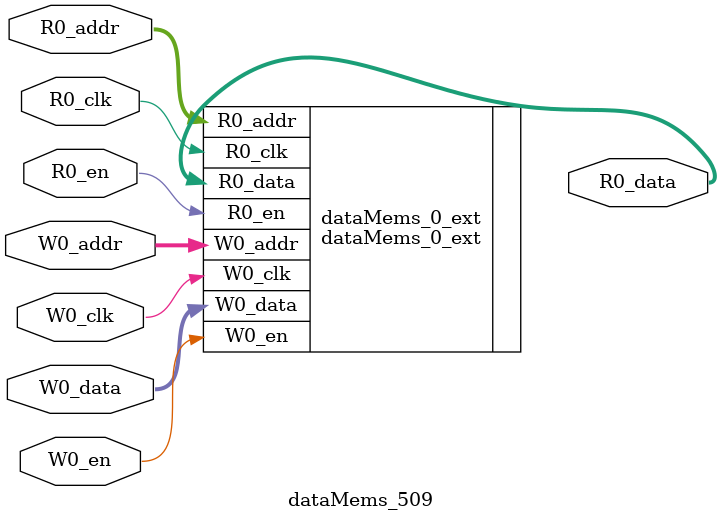
<source format=sv>
`ifndef RANDOMIZE
  `ifdef RANDOMIZE_REG_INIT
    `define RANDOMIZE
  `endif // RANDOMIZE_REG_INIT
`endif // not def RANDOMIZE
`ifndef RANDOMIZE
  `ifdef RANDOMIZE_MEM_INIT
    `define RANDOMIZE
  `endif // RANDOMIZE_MEM_INIT
`endif // not def RANDOMIZE

`ifndef RANDOM
  `define RANDOM $random
`endif // not def RANDOM

// Users can define 'PRINTF_COND' to add an extra gate to prints.
`ifndef PRINTF_COND_
  `ifdef PRINTF_COND
    `define PRINTF_COND_ (`PRINTF_COND)
  `else  // PRINTF_COND
    `define PRINTF_COND_ 1
  `endif // PRINTF_COND
`endif // not def PRINTF_COND_

// Users can define 'ASSERT_VERBOSE_COND' to add an extra gate to assert error printing.
`ifndef ASSERT_VERBOSE_COND_
  `ifdef ASSERT_VERBOSE_COND
    `define ASSERT_VERBOSE_COND_ (`ASSERT_VERBOSE_COND)
  `else  // ASSERT_VERBOSE_COND
    `define ASSERT_VERBOSE_COND_ 1
  `endif // ASSERT_VERBOSE_COND
`endif // not def ASSERT_VERBOSE_COND_

// Users can define 'STOP_COND' to add an extra gate to stop conditions.
`ifndef STOP_COND_
  `ifdef STOP_COND
    `define STOP_COND_ (`STOP_COND)
  `else  // STOP_COND
    `define STOP_COND_ 1
  `endif // STOP_COND
`endif // not def STOP_COND_

// Users can define INIT_RANDOM as general code that gets injected into the
// initializer block for modules with registers.
`ifndef INIT_RANDOM
  `define INIT_RANDOM
`endif // not def INIT_RANDOM

// If using random initialization, you can also define RANDOMIZE_DELAY to
// customize the delay used, otherwise 0.002 is used.
`ifndef RANDOMIZE_DELAY
  `define RANDOMIZE_DELAY 0.002
`endif // not def RANDOMIZE_DELAY

// Define INIT_RANDOM_PROLOG_ for use in our modules below.
`ifndef INIT_RANDOM_PROLOG_
  `ifdef RANDOMIZE
    `ifdef VERILATOR
      `define INIT_RANDOM_PROLOG_ `INIT_RANDOM
    `else  // VERILATOR
      `define INIT_RANDOM_PROLOG_ `INIT_RANDOM #`RANDOMIZE_DELAY begin end
    `endif // VERILATOR
  `else  // RANDOMIZE
    `define INIT_RANDOM_PROLOG_
  `endif // RANDOMIZE
`endif // not def INIT_RANDOM_PROLOG_

// Include register initializers in init blocks unless synthesis is set
`ifndef SYNTHESIS
  `ifndef ENABLE_INITIAL_REG_
    `define ENABLE_INITIAL_REG_
  `endif // not def ENABLE_INITIAL_REG_
`endif // not def SYNTHESIS

// Include rmemory initializers in init blocks unless synthesis is set
`ifndef SYNTHESIS
  `ifndef ENABLE_INITIAL_MEM_
    `define ENABLE_INITIAL_MEM_
  `endif // not def ENABLE_INITIAL_MEM_
`endif // not def SYNTHESIS

module dataMems_509(	// @[generators/ara/src/main/scala/UnsafeAXI4ToTL.scala:365:62]
  input  [4:0]  R0_addr,
  input         R0_en,
  input         R0_clk,
  output [66:0] R0_data,
  input  [4:0]  W0_addr,
  input         W0_en,
  input         W0_clk,
  input  [66:0] W0_data
);

  dataMems_0_ext dataMems_0_ext (	// @[generators/ara/src/main/scala/UnsafeAXI4ToTL.scala:365:62]
    .R0_addr (R0_addr),
    .R0_en   (R0_en),
    .R0_clk  (R0_clk),
    .R0_data (R0_data),
    .W0_addr (W0_addr),
    .W0_en   (W0_en),
    .W0_clk  (W0_clk),
    .W0_data (W0_data)
  );
endmodule


</source>
